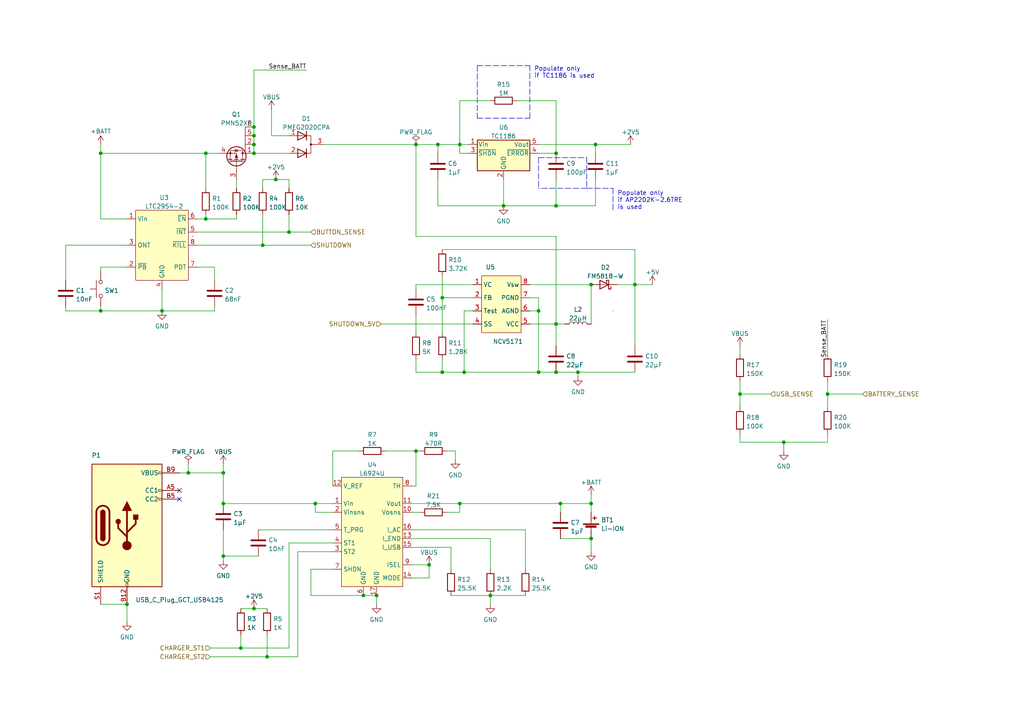
<source format=kicad_sch>
(kicad_sch (version 20211123) (generator eeschema)
  (paper "A4")
  (title_block (title "Power & Charge") (date "2022-06-08") (rev "1.1") (company "INSA - GEI"))
  (lib_symbols
    (symbol "Device:Battery_Cell" (pin_numbers hide) (pin_names (offset 0) hide)
      (property "Reference" "BT" (at 2.54 2.54 0))
      (property "Value" "Battery_Cell" (at 2.54 0 0))
      (symbol "Battery_Cell_0_1"
        (rectangle (start -2.286 1.778) (end 2.286 1.524) (fill (type outline)))
        (rectangle (start -1.5748 1.1938) (end 1.4732 0.6858) (fill (type outline)))
        (polyline (pts (xy 0 0.762) (xy 0 0)))
        (polyline (pts (xy 0 1.778) (xy 0 2.54)))
        (polyline (pts (xy 0.508 3.429) (xy 1.524 3.429)) (stroke (width 0.254)))
        (polyline (pts (xy 1.016 3.937) (xy 1.016 2.921)) (stroke (width 0.254)))
      )
      (symbol "Battery_Cell_1_1"
        (pin passive line (at 0 5.08 270) (length 2.54) (name "+") (number "1"))
        (pin passive line (at 0 -2.54 90) (length 2.54) (name "-") (number "2"))
      )
    )
    (symbol "Device:C" (pin_numbers hide) (pin_names (offset 0.254))
      (property "Reference" "C" (at 0.635 2.54 0))
      (property "Value" "C" (at 0.635 -2.54 0))
      (symbol "C_0_1"
        (polyline (pts (xy -2.032 -0.762) (xy 2.032 -0.762)) (stroke (width 0.508)))
        (polyline (pts (xy -2.032 0.762) (xy 2.032 0.762)) (stroke (width 0.508)))
      )
      (symbol "C_1_1"
        (pin passive line (at 0 3.81 270) (length 2.794) (name "~") (number "1"))
        (pin passive line (at 0 -3.81 90) (length 2.794) (name "~") (number "2"))
      )
    )
    (symbol "Device:D_Dual_CommonCathode_AAK_Parallel" (pin_names (offset 0.762) hide)
      (property "Reference" "D" (at 0 5.08 0))
      (property "Value" "D_Dual_CommonCathode_AAK_Parallel" (at 0 -5.08 0))
      (symbol "D_Dual_CommonCathode_AAK_Parallel_0_0"
        (polyline (pts (xy 0 -1.27) (xy 0 -3.81)) (stroke (width 0.254)))
        (polyline (pts (xy 0 1.27) (xy 0 3.81)) (stroke (width 0.254)))
      )
      (symbol "D_Dual_CommonCathode_AAK_Parallel_0_1"
        (polyline (pts (xy 1.27 0) (xy 2.54 0)))
        (polyline (pts (xy -2.54 -2.54) (xy 1.27 -2.54) (xy 1.27 2.54) (xy -2.54 2.54)))
        (polyline (pts (xy -2.54 -1.27) (xy 0 -2.54) (xy -2.54 -3.81) (xy -2.54 -1.27) (xy -2.54 -1.27) (xy -2.54 -1.27)) (stroke (width 0.254)))
        (polyline (pts (xy -2.54 3.81) (xy 0 2.54) (xy -2.54 1.27) (xy -2.54 3.81) (xy -2.54 3.81) (xy -2.54 3.81)) (stroke (width 0.254)))
        (circle (center 1.27 0) (radius 0.254) (fill (type outline)))
        (pin passive line (at -5.08 2.54 0) (length 2.54) (name "K") (number "1"))
        (pin passive line (at -5.08 -2.54 0) (length 2.54) (name "K") (number "2"))
        (pin passive line (at 5.08 0 180) (length 2.54) (name "A") (number "3"))
      )
    )
    (symbol "Device:D_Schottky" (pin_numbers hide) (pin_names (offset 1.016) hide)
      (property "Reference" "D" (at 0 2.54 0))
      (property "Value" "D_Schottky" (at 0 -2.54 0))
      (symbol "D_Schottky_0_1"
        (polyline (pts (xy 1.27 0) (xy -1.27 0)))
        (polyline (pts (xy 1.27 1.27) (xy 1.27 -1.27) (xy -1.27 0) (xy 1.27 1.27)) (stroke (width 0.254)))
        (polyline (pts (xy -1.905 0.635) (xy -1.905 1.27) (xy -1.27 1.27) (xy -1.27 -1.27) (xy -0.635 -1.27) (xy -0.635 -0.635)) (stroke (width 0.254)))
      )
      (symbol "D_Schottky_1_1"
        (pin passive line (at -3.81 0 0) (length 2.54) (name "K") (number "1"))
        (pin passive line (at 3.81 0 180) (length 2.54) (name "A") (number "2"))
      )
    )
    (symbol "Device:L" (pin_numbers hide) (pin_names (offset 1.016) hide)
      (property "Reference" "L" (at -1.27 0 90))
      (property "Value" "L" (at 1.905 0 90))
      (symbol "L_0_1"
        (arc (start 0 -2.54) (mid 0.635 -1.905) (end 0 -1.27))
        (arc (start 0 -1.27) (mid 0.635 -0.635) (end 0 0))
        (arc (start 0 0) (mid 0.635 0.635) (end 0 1.27))
        (arc (start 0 1.27) (mid 0.635 1.905) (end 0 2.54))
      )
      (symbol "L_1_1"
        (pin passive line (at 0 3.81 270) (length 1.27) (name "1") (number "1"))
        (pin passive line (at 0 -3.81 90) (length 1.27) (name "2") (number "2"))
      )
    )
    (symbol "Device:R" (pin_numbers hide) (pin_names (offset 0))
      (property "Reference" "R" (at 2.032 0 90))
      (property "Value" "R" (at 0 0 90))
      (symbol "R_0_1"
        (rectangle (start -1.016 -2.54) (end 1.016 2.54) (stroke (width 0.254)))
      )
      (symbol "R_1_1"
        (pin passive line (at 0 3.81 270) (length 1.27) (name "~") (number "1"))
        (pin passive line (at 0 -3.81 90) (length 1.27) (name "~") (number "2"))
      )
    )
    (symbol "Insa:L6924U"
      (property "Reference" "U" (at 0 34.29 0))
      (property "Value" "L6924U" (at 7.62 -2.54 0))
      (symbol "L6924U_0_1"
        (rectangle (start -8.89 31.75) (end 8.89 0) (stroke (width 0.1524)) (fill (type background)))
      )
      (symbol "L6924U_1_1"
        (pin power_in line (at -11.43 24.13 0) (length 2.54) (name "Vin") (number "1"))
        (pin input line (at 11.43 21.59 180) (length 2.54) (name "Vosns") (number "10"))
        (pin power_out line (at 11.43 24.13 180) (length 2.54) (name "Vout") (number "11"))
        (pin output line (at -11.43 29.21 0) (length 2.54) (name "V_REF") (number "12"))
        (pin bidirectional line (at 11.43 13.97 180) (length 2.54) (name "I_END") (number "13"))
        (pin input line (at 11.43 2.54 180) (length 2.54) (name "MODE") (number "14"))
        (pin input line (at 11.43 11.43 180) (length 2.54) (name "I_USB") (number "15"))
        (pin input line (at 11.43 16.51 180) (length 2.54) (name "I_AC") (number "16"))
        (pin power_in line (at 1.27 -2.54 90) (length 2.54) (name "GND") (number "17"))
        (pin power_in line (at -11.43 21.59 0) (length 2.54) (name "Vinsns") (number "2"))
        (pin open_collector line (at -11.43 10.16 0) (length 2.54) (name "ST2") (number "3"))
        (pin open_collector line (at -11.43 12.7 0) (length 2.54) (name "ST1") (number "4"))
        (pin passive line (at -11.43 16.51 0) (length 2.54) (name "T_PRG") (number "5"))
        (pin power_in line (at -2.54 -2.54 90) (length 2.54) (name "GND") (number "6"))
        (pin input line (at -11.43 5.08 0) (length 2.54) (name "SHDN") (number "7"))
        (pin input line (at 11.43 29.21 180) (length 2.54) (name "TH") (number "8"))
        (pin input line (at 11.43 6.35 180) (length 2.54) (name "ISEL") (number "9"))
      )
    )
    (symbol "Insa:LTC2954"
      (property "Reference" "U" (at -6.35 25.4 0))
      (property "Value" "LTC2954" (at 5.08 1.27 0))
      (symbol "LTC2954_0_1"
        (rectangle (start -8.89 24.13) (end 6.35 3.81) (stroke (width 0.1524)) (fill (type background)))
        (rectangle (start 7.62 16.51) (end 7.62 16.51) (stroke (width 0.1524)))
        (rectangle (start 7.62 16.51) (end 7.62 16.51) (stroke (width 0.1524)))
        (rectangle (start 7.62 16.51) (end 7.62 16.51) (stroke (width 0.1524)))
        (rectangle (start 7.62 16.51) (end 7.62 16.51) (stroke (width 0.1524)))
        (rectangle (start 7.62 16.51) (end 7.62 16.51) (stroke (width 0.1524)))
        (rectangle (start 7.62 16.51) (end 7.62 16.51) (stroke (width 0.1524)))
      )
      (symbol "LTC2954_1_1"
        (pin power_in line (at -11.43 21.59 0) (length 2.54) (name "Vin") (number "1"))
        (pin input line (at -11.43 7.62 0) (length 2.54) (name "~{PB}") (number "2"))
        (pin bidirectional line (at -11.43 13.97 0) (length 2.54) (name "ONT") (number "3"))
        (pin power_in line (at -1.27 1.27 90) (length 2.54) (name "GND") (number "4"))
        (pin output line (at 8.89 17.78 180) (length 2.54) (name "~{INT}") (number "5"))
        (pin input line (at 8.89 21.59 180) (length 2.54) (name "~{EN}") (number "6"))
        (pin bidirectional line (at 8.89 7.62 180) (length 2.54) (name "PDT") (number "7"))
        (pin input line (at 8.89 13.97 180) (length 2.54) (name "~{KILL}") (number "8"))
      )
    )
    (symbol "Insa:NCV5171"
      (property "Reference" "U" (at 0 17.78 0))
      (property "Value" "NCV5171" (at 1.27 -1.27 0))
      (symbol "NCV5171_0_1"
        (rectangle (start -5.08 16.51) (end 6.35 0) (stroke (width 0.1524)) (fill (type background)))
        (rectangle (start 33.02 6.35) (end 33.02 6.35) (stroke (width 0.1524)))
        (rectangle (start 33.02 6.35) (end 33.02 6.35) (stroke (width 0.1524)))
      )
      (symbol "NCV5171_1_1"
        (pin input line (at -7.62 13.97 0) (length 2.54) (name "VC") (number "1"))
        (pin input line (at -7.62 10.16 0) (length 2.54) (name "FB") (number "2"))
        (pin input line (at -7.62 6.35 0) (length 2.54) (name "Test") (number "3"))
        (pin input line (at -7.62 2.54 0) (length 2.54) (name "SS") (number "4"))
        (pin power_in line (at 8.89 2.54 180) (length 2.54) (name "VCC") (number "5"))
        (pin power_in line (at 8.89 6.35 180) (length 2.54) (name "AGND") (number "6"))
        (pin power_in line (at 8.89 10.16 180) (length 2.54) (name "PGND") (number "7"))
        (pin power_out line (at 8.89 13.97 180) (length 2.54) (name "Vsw") (number "8"))
      )
    )
    (symbol "Insa:PMN52XP" (pin_names (offset 0) hide)
      (property "Reference" "Q" (at 5.08 1.27 0))
      (property "Value" "PMN52XP" (at 5.08 -1.27 0))
      (symbol "PMN52XP_0_1"
        (polyline (pts (xy 0.254 0) (xy -2.54 0)))
        (polyline (pts (xy 0.254 1.905) (xy 0.254 -1.905)) (stroke (width 0.254)))
        (polyline (pts (xy 0.762 -1.27) (xy 0.762 -2.286)) (stroke (width 0.254)))
        (polyline (pts (xy 0.762 0.508) (xy 0.762 -0.508)) (stroke (width 0.254)))
        (polyline (pts (xy 0.762 2.286) (xy 0.762 1.27)) (stroke (width 0.254)))
        (polyline (pts (xy 10.16 2.54) (xy 5.08 2.54)) (stroke (width 0.1524)))
        (polyline (pts (xy 2.54 -2.54) (xy 2.54 0) (xy 0.762 0)))
        (polyline (pts (xy 5.08 2.54) (xy 2.54 2.54) (xy 2.54 1.778)))
        (polyline (pts (xy 0.762 1.778) (xy 3.302 1.778) (xy 3.302 -1.778) (xy 0.762 -1.778)))
        (polyline (pts (xy 2.286 0) (xy 1.27 0.381) (xy 1.27 -0.381) (xy 2.286 0)) (fill (type outline)))
        (polyline (pts (xy 2.794 -0.508) (xy 2.921 -0.381) (xy 3.683 -0.381) (xy 3.81 -0.254)))
        (polyline (pts (xy 3.302 -0.381) (xy 2.921 0.254) (xy 3.683 0.254) (xy 3.302 -0.381)))
        (circle (center 1.651 0) (radius 2.794) (stroke (width 0.254)))
        (circle (center 2.54 -1.778) (radius 0.254) (fill (type outline)))
        (circle (center 2.54 1.778) (radius 0.254) (fill (type outline)))
      )
      (symbol "PMN52XP_1_1"
        (pin passive line (at 2.54 5.08 270) (length 2.54) (name "D") (number "1"))
        (pin passive line (at 5.08 5.08 270) (length 2.54) (name "D") (number "2"))
        (pin input line (at -5.08 0 0) (length 2.54) (name "G") (number "3"))
        (pin passive line (at 2.54 -5.08 90) (length 2.54) (name "S") (number "4"))
        (pin passive line (at 7.62 5.08 270) (length 2.54) (name "D") (number "5"))
        (pin passive line (at 10.16 5.08 270) (length 2.54) (name "D") (number "6"))
      )
    )
    (symbol "Insa:USB_C_Plug_GCT_USB4125" (pin_names (offset 1.016))
      (property "Reference" "P" (at -10.16 19.05 0))
      (property "Value" "USB_C_Plug_GCT_USB4125" (at 26.67 -20.32 0))
      (symbol "USB_C_Plug_GCT_USB4125_0_0"
        (rectangle (start -0.254 -17.78) (end 0.254 -16.764))
        (rectangle (start 10.16 7.874) (end 9.144 7.366))
        (rectangle (start 10.16 10.414) (end 9.144 9.906))
        (rectangle (start 10.16 15.494) (end 9.144 14.986))
      )
      (symbol "USB_C_Plug_GCT_USB4125_0_1"
        (rectangle (start -10.16 17.78) (end 10.16 -17.78) (stroke (width 0.254)) (fill (type background)))
        (arc (start -8.89 -3.81) (mid -6.985 -5.715) (end -5.08 -3.81) (stroke (width 0.508)))
        (arc (start -7.62 -3.81) (mid -6.985 -4.445) (end -6.35 -3.81) (stroke (width 0.254)))
        (arc (start -7.62 -3.81) (mid -6.985 -4.445) (end -6.35 -3.81) (stroke (width 0.254)) (fill (type outline)))
        (rectangle (start -7.62 -3.81) (end -6.35 3.81) (stroke (width 0.254)) (fill (type outline)))
        (arc (start -6.35 3.81) (mid -6.985 4.445) (end -7.62 3.81) (stroke (width 0.254)))
        (arc (start -6.35 3.81) (mid -6.985 4.445) (end -7.62 3.81) (stroke (width 0.254)) (fill (type outline)))
        (arc (start -5.08 3.81) (mid -6.985 5.715) (end -8.89 3.81) (stroke (width 0.508)))
        (circle (center -2.54 1.143) (radius 0.635) (stroke (width 0.254)) (fill (type outline)))
        (circle (center 0 -5.842) (radius 1.27) (fill (type outline)))
        (polyline (pts (xy -8.89 -3.81) (xy -8.89 3.81)) (stroke (width 0.508)))
        (polyline (pts (xy -5.08 3.81) (xy -5.08 -3.81)) (stroke (width 0.508)))
        (polyline (pts (xy 0 -5.842) (xy 0 4.318)) (stroke (width 0.508)))
        (polyline (pts (xy 0 -3.302) (xy -2.54 -0.762) (xy -2.54 0.508)) (stroke (width 0.508)))
        (polyline (pts (xy 0 -2.032) (xy 2.54 0.508) (xy 2.54 1.778)) (stroke (width 0.508)))
        (polyline (pts (xy -1.27 4.318) (xy 0 6.858) (xy 1.27 4.318) (xy -1.27 4.318)) (stroke (width 0.254)) (fill (type outline)))
        (rectangle (start 1.905 1.778) (end 3.175 3.048) (stroke (width 0.254)) (fill (type outline)))
      )
      (symbol "USB_C_Plug_GCT_USB4125_1_1"
        (pin passive line (at 0 -22.86 90) (length 5.08) hide (name "GND") (number "A12"))
        (pin bidirectional line (at 15.24 10.16 180) (length 5.08) (name "CC1") (number "A5"))
        (pin passive line (at 15.24 15.24 180) (length 5.08) hide (name "VBUS") (number "A9"))
        (pin passive line (at 0 -22.86 90) (length 5.08) (name "GND") (number "B12"))
        (pin bidirectional line (at 15.24 7.62 180) (length 5.08) (name "CC2") (number "B5"))
        (pin passive line (at 15.24 15.24 180) (length 5.08) (name "VBUS") (number "B9"))
        (pin passive line (at -7.62 -22.86 90) (length 5.08) (name "SHIELD") (number "S1"))
      )
    )
    (symbol "Regulator_Linear:TC1186" (pin_names (offset 0.254))
      (property "Reference" "U" (at -7.62 5.08 0))
      (property "Value" "TC1186" (at 7.62 5.08 0))
      (symbol "TC1186_0_1"
        (rectangle (start -7.62 3.81) (end 7.62 -5.08) (stroke (width 0.254)) (fill (type background)))
      )
      (symbol "TC1186_1_1"
        (pin power_in line (at -10.16 2.54 0) (length 2.54) (name "Vin") (number "1"))
        (pin power_in line (at 0 -7.62 90) (length 2.54) (name "GND") (number "2"))
        (pin input line (at -10.16 0 0) (length 2.54) (name "~{SHDN}") (number "3"))
        (pin open_collector line (at 10.16 0 180) (length 2.54) (name "~{ERROR}") (number "4"))
        (pin power_out line (at 10.16 2.54 180) (length 2.54) (name "Vout") (number "5"))
      )
    )
    (symbol "Switch:SW_Push" (pin_numbers hide) (pin_names (offset 1.016) hide)
      (property "Reference" "SW" (at 1.27 2.54 0))
      (property "Value" "SW_Push" (at 0 -1.524 0))
      (symbol "SW_Push_0_1"
        (circle (center -2.032 0) (radius 0.508))
        (polyline (pts (xy 0 1.27) (xy 0 3.048)))
        (polyline (pts (xy 2.54 1.27) (xy -2.54 1.27)))
        (circle (center 2.032 0) (radius 0.508))
        (pin passive line (at -5.08 0 0) (length 2.54) (name "1") (number "1"))
        (pin passive line (at 5.08 0 180) (length 2.54) (name "2") (number "2"))
      )
    )
    (symbol "power:+2V5" (power) (pin_names (offset 0))
      (property "Value" "+2V5" (at 0 3.556 0))
      (symbol "+2V5_0_1"
        (polyline (pts (xy -0.762 1.27) (xy 0 2.54)))
        (polyline (pts (xy 0 0) (xy 0 2.54)))
        (polyline (pts (xy 0 2.54) (xy 0.762 1.27)))
      )
      (symbol "+2V5_1_1"
        (pin power_in line (at 0 0 90) (length 0) hide (name "+2V5") (number "1"))
      )
    )
    (symbol "power:+5V" (power) (pin_names (offset 0))
      (property "Value" "+5V" (at 0 3.556 0))
      (symbol "+5V_0_1"
        (polyline (pts (xy -0.762 1.27) (xy 0 2.54)))
        (polyline (pts (xy 0 0) (xy 0 2.54)))
        (polyline (pts (xy 0 2.54) (xy 0.762 1.27)))
      )
      (symbol "+5V_1_1"
        (pin power_in line (at 0 0 90) (length 0) hide (name "+5V") (number "1"))
      )
    )
    (symbol "power:+BATT" (power) (pin_names (offset 0))
      (property "Value" "+BATT" (at 0 3.556 0))
      (symbol "+BATT_0_1"
        (polyline (pts (xy -0.762 1.27) (xy 0 2.54)))
        (polyline (pts (xy 0 0) (xy 0 2.54)))
        (polyline (pts (xy 0 2.54) (xy 0.762 1.27)))
      )
      (symbol "+BATT_1_1"
        (pin power_in line (at 0 0 90) (length 0) hide (name "+BATT") (number "1"))
      )
    )
    (symbol "power:GND" (power) (pin_names (offset 0))
      (property "Value" "GND" (at 0 -3.81 0))
      (symbol "GND_0_1"
        (polyline (pts (xy 0 0) (xy 0 -1.27) (xy 1.27 -1.27) (xy 0 -2.54) (xy -1.27 -1.27) (xy 0 -1.27)))
      )
      (symbol "GND_1_1"
        (pin power_in line (at 0 0 270) (length 0) hide (name "GND") (number "1"))
      )
    )
    (symbol "power:PWR_FLAG" (power) (pin_numbers hide) (pin_names (offset 0) hide)
      (property "Value" "PWR_FLAG" (at 0 3.81 0))
      (symbol "PWR_FLAG_0_0"
        (pin power_out line (at 0 0 90) (length 0) (name "pwr") (number "1"))
      )
      (symbol "PWR_FLAG_0_1"
        (polyline (pts (xy 0 0) (xy 0 1.27) (xy -1.016 1.905) (xy 0 2.54) (xy 1.016 1.905) (xy 0 1.27)))
      )
    )
    (symbol "power:VBUS" (power) (pin_names (offset 0))
      (property "Value" "VBUS" (at 0 3.81 0))
      (symbol "VBUS_0_1"
        (polyline (pts (xy -0.762 1.27) (xy 0 2.54)))
        (polyline (pts (xy 0 0) (xy 0 2.54)))
        (polyline (pts (xy 0 2.54) (xy 0.762 1.27)))
      )
      (symbol "VBUS_1_1"
        (pin power_in line (at 0 0 90) (length 0) hide (name "VBUS") (number "1"))
      )
    )
  )
  (junction (at 59.69 44.45))
  (junction (at 214.63 114.3))
  (junction (at 128.27 86.36))
  (junction (at 127 41.91))
  (junction (at 64.77 146.05))
  (junction (at 91.44 146.05))
  (junction (at 73.66 39.37))
  (junction (at 240.03 114.3))
  (junction (at 109.22 172.72))
  (junction (at 73.66 176.53))
  (junction (at 171.45 82.55))
  (junction (at 184.15 82.55))
  (junction (at 146.05 59.69))
  (junction (at 120.65 41.91))
  (junction (at 156.21 107.95))
  (junction (at 172.72 41.91))
  (junction (at 128.27 107.95))
  (junction (at 64.77 137.16))
  (junction (at 36.83 175.26))
  (junction (at 167.64 107.95))
  (junction (at 161.29 93.98))
  (junction (at 171.45 146.05))
  (junction (at 161.29 59.69))
  (junction (at 69.85 187.96))
  (junction (at 162.56 146.05))
  (junction (at 73.66 44.45))
  (junction (at 76.2 71.12))
  (junction (at 59.69 63.5))
  (junction (at 161.29 44.45))
  (junction (at 171.45 156.21))
  (junction (at 134.62 107.95))
  (junction (at 73.66 41.91))
  (junction (at 227.33 128.27))
  (junction (at 54.61 137.16))
  (junction (at 133.35 146.05))
  (junction (at 161.29 107.95))
  (junction (at 142.24 172.72))
  (junction (at 124.46 163.83))
  (junction (at 80.01 52.07))
  (junction (at 83.82 67.31))
  (junction (at 29.21 90.17))
  (junction (at 120.65 130.81))
  (junction (at 73.66 36.83))
  (junction (at 29.21 44.45))
  (junction (at 105.41 172.72))
  (junction (at 77.47 190.5))
  (junction (at 156.21 90.17))
  (junction (at 133.35 41.91))
  (junction (at 46.99 90.17))
  (junction (at 64.77 161.29))
  (no_connect (at 52.07 144.78))
  (no_connect (at 52.07 142.24))
  (wire (pts (xy 172.72 41.91) (xy 172.72 44.45)))
  (wire (pts (xy 59.69 44.45) (xy 59.69 54.61)))
  (wire (pts (xy 69.85 176.53) (xy 73.66 176.53)))
  (wire (pts (xy 119.38 140.97) (xy 120.65 140.97)))
  (wire (pts (xy 161.29 59.69) (xy 172.72 59.69)))
  (wire (pts (xy 214.63 114.3) (xy 223.52 114.3)))
  (wire (pts (xy 153.67 90.17) (xy 156.21 90.17)))
  (polyline (pts (xy 153.67 34.29) (xy 153.67 19.05)))
  (wire (pts (xy 29.21 175.26) (xy 36.83 175.26)))
  (wire (pts (xy 240.03 92.71) (xy 240.03 102.87)))
  (wire (pts (xy 156.21 41.91) (xy 172.72 41.91)))
  (wire (pts (xy 240.03 114.3) (xy 240.03 118.11)))
  (wire (pts (xy 73.66 39.37) (xy 73.66 41.91)))
  (wire (pts (xy 128.27 86.36) (xy 137.16 86.36)))
  (wire (pts (xy 46.99 90.17) (xy 46.99 83.82)))
  (wire (pts (xy 36.83 63.5) (xy 29.21 63.5)))
  (wire (pts (xy 93.98 41.91) (xy 120.65 41.91)))
  (wire (pts (xy 153.67 86.36) (xy 156.21 86.36)))
  (wire (pts (xy 86.36 160.02) (xy 86.36 190.5)))
  (wire (pts (xy 29.21 63.5) (xy 29.21 44.45)))
  (wire (pts (xy 59.69 62.23) (xy 59.69 63.5)))
  (wire (pts (xy 129.54 130.81) (xy 132.08 130.81)))
  (wire (pts (xy 69.85 187.96) (xy 83.82 187.96)))
  (wire (pts (xy 59.69 44.45) (xy 63.5 44.45)))
  (wire (pts (xy 120.65 41.91) (xy 127 41.91)))
  (wire (pts (xy 128.27 86.36) (xy 128.27 96.52)))
  (wire (pts (xy 77.47 190.5) (xy 86.36 190.5)))
  (wire (pts (xy 64.77 161.29) (xy 64.77 162.56)))
  (wire (pts (xy 29.21 90.17) (xy 29.21 88.9)))
  (wire (pts (xy 96.52 130.81) (xy 104.14 130.81)))
  (wire (pts (xy 52.07 137.16) (xy 54.61 137.16)))
  (wire (pts (xy 96.52 157.48) (xy 83.82 157.48)))
  (wire (pts (xy 161.29 107.95) (xy 167.64 107.95)))
  (wire (pts (xy 156.21 90.17) (xy 156.21 107.95)))
  (wire (pts (xy 161.29 93.98) (xy 161.29 68.58)))
  (wire (pts (xy 73.66 36.83) (xy 73.66 39.37)))
  (wire (pts (xy 74.93 153.67) (xy 96.52 153.67)))
  (wire (pts (xy 90.17 165.1) (xy 90.17 172.72)))
  (wire (pts (xy 124.46 167.64) (xy 124.46 163.83)))
  (wire (pts (xy 133.35 41.91) (xy 133.35 29.21)))
  (wire (pts (xy 161.29 93.98) (xy 163.83 93.98)))
  (wire (pts (xy 146.05 59.69) (xy 161.29 59.69)))
  (wire (pts (xy 240.03 114.3) (xy 250.19 114.3)))
  (wire (pts (xy 130.81 172.72) (xy 142.24 172.72)))
  (polyline (pts (xy 138.43 19.05) (xy 153.67 19.05)))
  (wire (pts (xy 184.15 82.55) (xy 189.23 82.55)))
  (wire (pts (xy 161.29 93.98) (xy 161.29 100.33)))
  (polyline (pts (xy 177.8 54.61) (xy 177.8 60.96)))
  (wire (pts (xy 76.2 71.12) (xy 90.17 71.12)))
  (wire (pts (xy 156.21 86.36) (xy 156.21 90.17)))
  (wire (pts (xy 96.52 140.97) (xy 96.52 130.81)))
  (wire (pts (xy 109.22 172.72) (xy 109.22 175.26)))
  (wire (pts (xy 133.35 148.59) (xy 133.35 146.05)))
  (wire (pts (xy 120.65 140.97) (xy 120.65 130.81)))
  (wire (pts (xy 60.96 187.96) (xy 69.85 187.96)))
  (wire (pts (xy 184.15 82.55) (xy 184.15 100.33)))
  (wire (pts (xy 73.66 20.32) (xy 88.9 20.32)))
  (wire (pts (xy 64.77 146.05) (xy 91.44 146.05)))
  (wire (pts (xy 29.21 90.17) (xy 46.99 90.17)))
  (wire (pts (xy 120.65 130.81) (xy 121.92 130.81)))
  (wire (pts (xy 119.38 153.67) (xy 152.4 153.67)))
  (wire (pts (xy 161.29 29.21) (xy 161.29 44.45)))
  (wire (pts (xy 29.21 44.45) (xy 29.21 41.91)))
  (wire (pts (xy 120.65 82.55) (xy 120.65 83.82)))
  (wire (pts (xy 73.66 36.83) (xy 73.66 20.32)))
  (wire (pts (xy 120.65 68.58) (xy 120.65 41.91)))
  (wire (pts (xy 133.35 44.45) (xy 133.35 41.91)))
  (wire (pts (xy 167.64 107.95) (xy 167.64 109.22)))
  (wire (pts (xy 80.01 52.07) (xy 76.2 52.07)))
  (wire (pts (xy 46.99 90.17) (xy 62.23 90.17)))
  (wire (pts (xy 76.2 62.23) (xy 76.2 71.12)))
  (wire (pts (xy 29.21 90.17) (xy 19.05 90.17)))
  (wire (pts (xy 36.83 175.26) (xy 36.83 180.34)))
  (wire (pts (xy 120.65 91.44) (xy 120.65 96.52)))
  (wire (pts (xy 129.54 148.59) (xy 133.35 148.59)))
  (wire (pts (xy 73.66 44.45) (xy 83.82 44.45)))
  (wire (pts (xy 167.64 107.95) (xy 184.15 107.95)))
  (polyline (pts (xy 170.18 45.72) (xy 170.18 54.61)))
  (polyline (pts (xy 170.18 54.61) (xy 156.21 54.61)))
  (wire (pts (xy 19.05 71.12) (xy 36.83 71.12)))
  (wire (pts (xy 83.82 157.48) (xy 83.82 187.96)))
  (wire (pts (xy 172.72 41.91) (xy 182.88 41.91)))
  (wire (pts (xy 60.96 190.5) (xy 77.47 190.5)))
  (wire (pts (xy 76.2 52.07) (xy 76.2 54.61)))
  (wire (pts (xy 119.38 146.05) (xy 133.35 146.05)))
  (wire (pts (xy 77.47 184.15) (xy 77.47 190.5)))
  (wire (pts (xy 227.33 128.27) (xy 240.03 128.27)))
  (polyline (pts (xy 170.18 54.61) (xy 177.8 54.61)))
  (wire (pts (xy 119.38 156.21) (xy 142.24 156.21)))
  (wire (pts (xy 64.77 137.16) (xy 64.77 146.05)))
  (wire (pts (xy 214.63 114.3) (xy 214.63 118.11)))
  (wire (pts (xy 64.77 161.29) (xy 74.93 161.29)))
  (wire (pts (xy 240.03 128.27) (xy 240.03 125.73)))
  (wire (pts (xy 96.52 160.02) (xy 86.36 160.02)))
  (wire (pts (xy 69.85 184.15) (xy 69.85 187.96)))
  (wire (pts (xy 119.38 148.59) (xy 121.92 148.59)))
  (polyline (pts (xy 138.43 34.29) (xy 153.67 34.29)))
  (wire (pts (xy 134.62 107.95) (xy 128.27 107.95)))
  (wire (pts (xy 19.05 90.17) (xy 19.05 88.9)))
  (wire (pts (xy 142.24 172.72) (xy 142.24 175.26)))
  (polyline (pts (xy 156.21 45.72) (xy 170.18 45.72)))
  (wire (pts (xy 127 41.91) (xy 133.35 41.91)))
  (wire (pts (xy 68.58 63.5) (xy 68.58 62.23)))
  (wire (pts (xy 134.62 90.17) (xy 134.62 107.95)))
  (wire (pts (xy 83.82 52.07) (xy 80.01 52.07)))
  (wire (pts (xy 127 52.07) (xy 127 59.69)))
  (wire (pts (xy 57.15 63.5) (xy 59.69 63.5)))
  (wire (pts (xy 146.05 52.07) (xy 146.05 59.69)))
  (polyline (pts (xy 138.43 19.05) (xy 138.43 34.29)))
  (wire (pts (xy 96.52 165.1) (xy 90.17 165.1)))
  (wire (pts (xy 162.56 146.05) (xy 162.56 148.59)))
  (wire (pts (xy 91.44 148.59) (xy 91.44 146.05)))
  (wire (pts (xy 64.77 134.62) (xy 64.77 137.16)))
  (wire (pts (xy 36.83 77.47) (xy 29.21 77.47)))
  (wire (pts (xy 142.24 172.72) (xy 152.4 172.72)))
  (wire (pts (xy 184.15 72.39) (xy 184.15 82.55)))
  (wire (pts (xy 96.52 148.59) (xy 91.44 148.59)))
  (wire (pts (xy 128.27 80.01) (xy 128.27 86.36)))
  (wire (pts (xy 214.63 110.49) (xy 214.63 114.3)))
  (wire (pts (xy 137.16 82.55) (xy 120.65 82.55)))
  (wire (pts (xy 57.15 77.47) (xy 62.23 77.47)))
  (wire (pts (xy 111.76 130.81) (xy 120.65 130.81)))
  (wire (pts (xy 29.21 44.45) (xy 59.69 44.45)))
  (wire (pts (xy 83.82 39.37) (xy 78.74 39.37)))
  (wire (pts (xy 128.27 107.95) (xy 120.65 107.95)))
  (wire (pts (xy 90.17 172.72) (xy 105.41 172.72)))
  (wire (pts (xy 57.15 67.31) (xy 83.82 67.31)))
  (wire (pts (xy 156.21 107.95) (xy 134.62 107.95)))
  (wire (pts (xy 130.81 165.1) (xy 130.81 158.75)))
  (wire (pts (xy 137.16 90.17) (xy 134.62 90.17)))
  (wire (pts (xy 128.27 104.14) (xy 128.27 107.95)))
  (wire (pts (xy 132.08 130.81) (xy 132.08 133.35)))
  (wire (pts (xy 83.82 54.61) (xy 83.82 52.07)))
  (wire (pts (xy 171.45 146.05) (xy 171.45 148.59)))
  (wire (pts (xy 54.61 137.16) (xy 64.77 137.16)))
  (wire (pts (xy 171.45 160.02) (xy 171.45 156.21)))
  (wire (pts (xy 162.56 146.05) (xy 171.45 146.05)))
  (wire (pts (xy 119.38 167.64) (xy 124.46 167.64)))
  (wire (pts (xy 149.86 29.21) (xy 161.29 29.21)))
  (wire (pts (xy 62.23 77.47) (xy 62.23 81.28)))
  (wire (pts (xy 179.07 82.55) (xy 184.15 82.55)))
  (wire (pts (xy 153.67 93.98) (xy 161.29 93.98)))
  (wire (pts (xy 73.66 41.91) (xy 73.66 44.45)))
  (wire (pts (xy 78.74 31.75) (xy 78.74 39.37)))
  (wire (pts (xy 19.05 81.28) (xy 19.05 71.12)))
  (polyline (pts (xy 156.21 45.72) (xy 156.21 54.61)))
  (wire (pts (xy 128.27 72.39) (xy 184.15 72.39)))
  (wire (pts (xy 133.35 29.21) (xy 142.24 29.21)))
  (wire (pts (xy 240.03 110.49) (xy 240.03 114.3)))
  (wire (pts (xy 171.45 143.51) (xy 171.45 146.05)))
  (wire (pts (xy 227.33 128.27) (xy 227.33 130.81)))
  (wire (pts (xy 64.77 153.67) (xy 64.77 161.29)))
  (wire (pts (xy 59.69 63.5) (xy 68.58 63.5)))
  (wire (pts (xy 62.23 90.17) (xy 62.23 88.9)))
  (wire (pts (xy 105.41 172.72) (xy 109.22 172.72)))
  (wire (pts (xy 83.82 67.31) (xy 90.17 67.31)))
  (wire (pts (xy 214.63 128.27) (xy 227.33 128.27)))
  (wire (pts (xy 73.66 176.53) (xy 77.47 176.53)))
  (wire (pts (xy 110.49 93.98) (xy 137.16 93.98)))
  (wire (pts (xy 161.29 52.07) (xy 161.29 59.69)))
  (wire (pts (xy 156.21 107.95) (xy 161.29 107.95)))
  (wire (pts (xy 91.44 146.05) (xy 96.52 146.05)))
  (wire (pts (xy 214.63 100.33) (xy 214.63 102.87)))
  (wire (pts (xy 171.45 82.55) (xy 171.45 93.98)))
  (wire (pts (xy 162.56 156.21) (xy 171.45 156.21)))
  (wire (pts (xy 133.35 146.05) (xy 162.56 146.05)))
  (wire (pts (xy 127 59.69) (xy 146.05 59.69)))
  (wire (pts (xy 142.24 156.21) (xy 142.24 165.1)))
  (wire (pts (xy 214.63 125.73) (xy 214.63 128.27)))
  (wire (pts (xy 120.65 107.95) (xy 120.65 104.14)))
  (wire (pts (xy 127 41.91) (xy 127 44.45)))
  (wire (pts (xy 161.29 68.58) (xy 120.65 68.58)))
  (wire (pts (xy 119.38 158.75) (xy 130.81 158.75)))
  (wire (pts (xy 135.89 44.45) (xy 133.35 44.45)))
  (wire (pts (xy 119.38 163.83) (xy 124.46 163.83)))
  (wire (pts (xy 172.72 59.69) (xy 172.72 52.07)))
  (wire (pts (xy 156.21 44.45) (xy 161.29 44.45)))
  (wire (pts (xy 68.58 52.07) (xy 68.58 54.61)))
  (wire (pts (xy 83.82 62.23) (xy 83.82 67.31)))
  (wire (pts (xy 29.21 77.47) (xy 29.21 78.74)))
  (wire (pts (xy 54.61 134.62) (xy 54.61 137.16)))
  (wire (pts (xy 133.35 41.91) (xy 135.89 41.91)))
  (wire (pts (xy 57.15 71.12) (xy 76.2 71.12)))
  (wire (pts (xy 152.4 153.67) (xy 152.4 165.1)))
  (wire (pts (xy 153.67 82.55) (xy 171.45 82.55)))
  (text "Populate only \nif AP2202K-2.6TRE\nis used\n" (at 179.07 60.96 0) (effects (font (size 1.27 1.27)) (justify left bottom)))
  (text "Populate only \nif TC1186 is used" (at 154.94 22.86 0) (effects (font (size 1.27 1.27)) (justify left bottom)))
  (label "Sense_BATT" (at 88.9 20.32 180))
  (label "Sense_BATT" (at 240.03 92.71 270))
  (hierarchical_label "SHUTDOWN_5V" (shape input) (at 110.49 93.98 180))
  (hierarchical_label "USB_SENSE" (shape input) (at 223.52 114.3 0))
  (hierarchical_label "BATTERY_SENSE" (shape input) (at 250.19 114.3 0))
  (hierarchical_label "CHARGER_ST2" (shape input) (at 60.96 190.5 180))
  (hierarchical_label "CHARGER_ST1" (shape input) (at 60.96 187.96 180))
  (hierarchical_label "BUTTON_SENSE" (shape input) (at 90.17 67.31 0))
  (hierarchical_label "SHUTDOWN" (shape input) (at 90.17 71.12 0))
  (symbol (lib_id "Device:Battery_Cell") (at 171.45 153.67 0) (unit 1)
    (property "Reference" "BT1" (at 174.371 150.8033 0) (effects (justify left)))
    (property "Value" "Li-ION" (at 174.371 153.3402 0) (effects (justify left)))
    (property "Footprint" "INSA:Battery-14500" (effects hide))
  )
  (symbol (lib_id "Device:R") (at 125.73 148.59 90) (unit 1)
    (property "Reference" "R21" (at 125.73 143.8742 90))
    (property "Value" "7,5K" (at 125.73 146.4111 90))
    (property "Footprint" "Resistor_SMD:R_0805_2012Metric" (effects hide))
  )
  (symbol (lib_id "power:GND") (at 132.08 133.35 0) (unit 1)
    (property "Reference" "#PWR015" (effects hide))
    (property "Value" "GND" (at 132.08 137.7934 0))
  )
  (symbol (lib_id "Device:R") (at 125.73 130.81 90) (unit 1)
    (property "Reference" "R9" (at 125.73 126.0942 90))
    (property "Value" "470R" (at 125.73 128.6311 90))
    (property "Footprint" "Resistor_SMD:R_0805_2012Metric" (effects hide))
  )
  (symbol (lib_id "power:+BATT") (at 171.45 143.51 0) (unit 1)
    (property "Reference" "#PWR018" (effects hide))
    (property "Value" "+BATT" (at 171.45 139.9342 0))
  )
  (symbol (lib_id "Device:C") (at 64.77 149.86 0) (unit 1)
    (property "Reference" "C3" (at 67.691 149.0253 0) (effects (justify left)))
    (property "Value" "1µF" (at 67.691 151.5622 0) (effects (justify left)))
    (property "Footprint" "Capacitor_SMD:C_0805_2012Metric" (effects hide))
  )
  (symbol (lib_id "Device:C") (at 161.29 48.26 0) (unit 1)
    (property "Reference" "C9" (at 164.211 47.4253 0) (effects (justify left)))
    (property "Value" "100pF" (at 164.211 49.9622 0) (effects (justify left)))
    (property "Footprint" "Capacitor_SMD:C_0805_2012Metric" (effects hide))
  )
  (symbol (lib_id "Device:C") (at 120.65 87.63 0) (unit 1)
    (property "Reference" "C5" (at 123.571 86.7953 0) (effects (justify left)))
    (property "Value" "100nF" (at 123.571 89.3322 0) (effects (justify left)))
    (property "Footprint" "Capacitor_SMD:C_0805_2012Metric" (effects hide))
  )
  (symbol (lib_id "power:GND") (at 46.99 90.17 0) (unit 1)
    (property "Reference" "#PWR07" (effects hide))
    (property "Value" "GND" (at 46.99 94.6134 0))
  )
  (symbol (lib_id "power:GND") (at 109.22 175.26 0) (unit 1)
    (property "Reference" "#PWR013" (effects hide))
    (property "Value" "GND" (at 109.22 179.7034 0))
  )
  (symbol (lib_id "Device:R") (at 142.24 168.91 0) (unit 1)
    (property "Reference" "R13" (at 144.018 168.0753 0) (effects (justify left)))
    (property "Value" "2.2K" (at 144.018 170.6122 0) (effects (justify left)))
    (property "Footprint" "Resistor_SMD:R_0805_2012Metric" (effects hide))
  )
  (symbol (lib_id "power:VBUS") (at 214.63 100.33 0) (unit 1)
    (property "Reference" "#PWR025" (effects hide))
    (property "Value" "VBUS" (at 214.63 96.7542 0))
  )
  (symbol (lib_id "Device:R") (at 69.85 180.34 0) (unit 1)
    (property "Reference" "R3" (at 71.628 179.5053 0) (effects (justify left)))
    (property "Value" "1K" (at 71.628 182.0422 0) (effects (justify left)))
    (property "Footprint" "Resistor_SMD:R_0805_2012Metric" (effects hide))
  )
  (symbol (lib_id "Device:C") (at 162.56 152.4 0) (unit 1)
    (property "Reference" "C7" (at 165.481 151.5653 0) (effects (justify left)))
    (property "Value" "1µF" (at 165.481 154.1022 0) (effects (justify left)))
    (property "Footprint" "Capacitor_SMD:C_0805_2012Metric" (effects hide))
  )
  (symbol (lib_id "Insa:USB_C_Plug_GCT_USB4125") (at 36.83 152.4 0) (unit 1)
    (property "Reference" "P1" (at 27.94 132.08 0))
    (property "Value" "USB_C_Plug_GCT_USB4125" (at 52.07 173.99 0))
    (property "Footprint" "INSA:USB_C_Receptacle_GCT_USB4125" (effects hide))
    (property "Datasheet" "https://www.usb.org/sites/default/files/documents/usb_type-c.zip" (effects hide))
  )
  (symbol (lib_id "Device:R") (at 120.65 100.33 180) (unit 1)
    (property "Reference" "R8" (at 122.428 99.4953 0) (effects (justify right)))
    (property "Value" "5K" (at 122.428 102.0322 0) (effects (justify right)))
    (property "Footprint" "Resistor_SMD:R_0805_2012Metric" (effects hide))
  )
  (symbol (lib_id "power:GND") (at 167.64 109.22 0) (unit 1)
    (property "Reference" "#PWR020" (effects hide))
    (property "Value" "GND" (at 167.64 113.6634 0))
  )
  (symbol (lib_id "power:GND") (at 146.05 59.69 0) (unit 1)
    (property "Reference" "#PWR017" (effects hide))
    (property "Value" "GND" (at 146.05 64.1334 0))
  )
  (symbol (lib_id "Device:C") (at 74.93 157.48 0) (unit 1)
    (property "Reference" "C4" (at 77.851 156.6453 0) (effects (justify left)))
    (property "Value" "10nF" (at 77.851 159.1822 0) (effects (justify left)))
    (property "Footprint" "Capacitor_SMD:C_0805_2012Metric" (effects hide))
  )
  (symbol (lib_id "Device:R") (at 214.63 106.68 0) (unit 1)
    (property "Reference" "R17" (at 216.408 105.8453 0) (effects (justify left)))
    (property "Value" "150K" (at 216.408 108.3822 0) (effects (justify left)))
    (property "Footprint" "Resistor_SMD:R_0805_2012Metric" (effects hide))
  )
  (symbol (lib_id "Device:C") (at 172.72 48.26 0) (unit 1)
    (property "Reference" "C11" (at 175.641 47.4253 0) (effects (justify left)))
    (property "Value" "1µF" (at 175.641 49.9622 0) (effects (justify left)))
    (property "Footprint" "Capacitor_SMD:C_0805_2012Metric" (effects hide))
  )
  (symbol (lib_id "power:+BATT") (at 29.21 41.91 0) (unit 1)
    (property "Reference" "#PWR05" (effects hide))
    (property "Value" "+BATT" (at 29.21 38.1 0))
  )
  (symbol (lib_id "power:+2V5") (at 73.66 176.53 0) (unit 1)
    (property "Reference" "#PWR010" (effects hide))
    (property "Value" "+2V5" (at 73.66 172.9542 0))
  )
  (symbol (lib_id "power:+5V") (at 189.23 82.55 0) (unit 1)
    (property "Reference" "#PWR022" (effects hide))
    (property "Value" "+5V" (at 189.23 78.9742 0))
  )
  (symbol (lib_id "power:GND") (at 36.83 180.34 0) (unit 1)
    (property "Reference" "#PWR06" (effects hide))
    (property "Value" "GND" (at 36.83 184.7834 0))
  )
  (symbol (lib_id "power:VBUS") (at 124.46 163.83 0) (unit 1)
    (property "Reference" "#PWR014" (effects hide))
    (property "Value" "VBUS" (at 124.46 160.2542 0))
  )
  (symbol (lib_id "power:PWR_FLAG") (at 54.61 134.62 0) (unit 1)
    (property "Reference" "#FLG0101" (effects hide))
    (property "Value" "PWR_FLAG" (at 54.61 131.0442 0))
  )
  (symbol (lib_id "Device:R") (at 76.2 58.42 0) (unit 1)
    (property "Reference" "R4" (at 77.978 57.5853 0) (effects (justify left)))
    (property "Value" "100K" (at 77.978 60.1222 0) (effects (justify left)))
    (property "Footprint" "Resistor_SMD:R_0805_2012Metric" (effects hide))
  )
  (symbol (lib_id "Insa:PMN52XP") (at 68.58 46.99 270) (mirror x) (unit 1)
    (property "Reference" "Q1" (at 68.58 33.181 90))
    (property "Value" "PMN52XP" (at 68.58 35.7179 90))
    (property "Footprint" "Package_SO:TSOP-6_1.65x3.05mm_P0.95mm" (effects hide))
  )
  (symbol (lib_id "Switch:SW_Push") (at 29.21 83.82 90) (unit 1)
    (property "Reference" "SW1" (at 30.353 84.2553 90) (effects (justify right)))
    (property "Value" "SW_Push" (effects hide))
    (property "Footprint" "Button_Switch_SMD:Panasonic_EVQPUJ_EVQPUA" (effects hide))
  )
  (symbol (lib_id "Device:C") (at 184.15 104.14 0) (unit 1)
    (property "Reference" "C10" (at 187.071 103.3053 0) (effects (justify left)))
    (property "Value" "22µF" (at 187.071 105.8422 0) (effects (justify left)))
    (property "Footprint" "Capacitor_SMD:C_0805_2012Metric" (effects hide))
  )
  (symbol (lib_id "Device:L") (at 167.64 93.98 90) (unit 1)
    (property "Reference" "L2" (at 167.64 89.7722 90))
    (property "Value" "22µH" (at 167.64 92.3091 90))
    (property "Footprint" "Inductor_SMD:L_Taiyo-Yuden_MD-4040" (effects hide))
  )
  (symbol (lib_id "Device:R") (at 240.03 121.92 0) (unit 1)
    (property "Reference" "R20" (at 241.808 121.0853 0) (effects (justify left)))
    (property "Value" "100K" (at 241.808 123.6222 0) (effects (justify left)))
    (property "Footprint" "Resistor_SMD:R_0805_2012Metric" (effects hide))
  )
  (symbol (lib_id "Device:C") (at 127 48.26 0) (unit 1)
    (property "Reference" "C6" (at 129.921 47.4253 0) (effects (justify left)))
    (property "Value" "1µF" (at 129.921 49.9622 0) (effects (justify left)))
    (property "Footprint" "Capacitor_SMD:C_0805_2012Metric" (effects hide))
  )
  (symbol (lib_id "Insa:L6924U") (at 107.95 170.18 0) (unit 1)
    (property "Reference" "U4" (at 107.95 134.781 0))
    (property "Value" "L6924U" (at 107.95 137.3179 0))
    (property "Footprint" "INSA:L6924UTR" (effects hide))
  )
  (symbol (lib_id "power:GND") (at 227.33 130.81 0) (unit 1)
    (property "Reference" "#PWR026" (effects hide))
    (property "Value" "GND" (at 227.33 135.2534 0))
  )
  (symbol (lib_id "power:GND") (at 64.77 162.56 0) (unit 1)
    (property "Reference" "#PWR09" (effects hide))
    (property "Value" "GND" (at 64.77 167.0034 0))
  )
  (symbol (lib_id "Device:R") (at 214.63 121.92 0) (unit 1)
    (property "Reference" "R18" (at 216.408 121.0853 0) (effects (justify left)))
    (property "Value" "100K" (at 216.408 123.6222 0) (effects (justify left)))
    (property "Footprint" "Resistor_SMD:R_0805_2012Metric" (effects hide))
  )
  (symbol (lib_id "Device:C") (at 19.05 85.09 0) (unit 1)
    (property "Reference" "C1" (at 21.971 84.2553 0) (effects (justify left)))
    (property "Value" "10nF" (at 21.971 86.7922 0) (effects (justify left)))
    (property "Footprint" "Capacitor_SMD:C_0805_2012Metric" (effects hide))
  )
  (symbol (lib_id "Device:R") (at 77.47 180.34 0) (unit 1)
    (property "Reference" "R5" (at 79.248 179.5053 0) (effects (justify left)))
    (property "Value" "1K" (at 79.248 182.0422 0) (effects (justify left)))
    (property "Footprint" "Resistor_SMD:R_0805_2012Metric" (effects hide))
  )
  (symbol (lib_id "power:+2V5") (at 80.01 52.07 0) (unit 1)
    (property "Reference" "#PWR012" (effects hide))
    (property "Value" "+2V5" (at 80.01 48.4942 0))
  )
  (symbol (lib_id "power:PWR_FLAG") (at 120.65 41.91 0) (unit 1)
    (property "Reference" "#FLG0102" (effects hide))
    (property "Value" "PWR_FLAG" (at 120.65 38.3342 0))
  )
  (symbol (lib_id "power:VBUS") (at 78.74 31.75 0) (unit 1)
    (property "Reference" "#PWR011" (effects hide))
    (property "Value" "VBUS" (at 78.74 28.1742 0))
  )
  (symbol (lib_id "Device:R") (at 59.69 58.42 180) (unit 1)
    (property "Reference" "R1" (at 61.468 57.5853 0) (effects (justify right)))
    (property "Value" "100K" (at 61.468 60.1222 0) (effects (justify right)))
    (property "Footprint" "Resistor_SMD:R_0805_2012Metric" (effects hide))
  )
  (symbol (lib_id "Device:R") (at 107.95 130.81 90) (unit 1)
    (property "Reference" "R7" (at 107.95 126.0942 90))
    (property "Value" "1K" (at 107.95 128.6311 90))
    (property "Footprint" "Resistor_SMD:R_0805_2012Metric" (effects hide))
  )
  (symbol (lib_id "power:GND") (at 142.24 175.26 0) (unit 1)
    (property "Reference" "#PWR016" (effects hide))
    (property "Value" "GND" (at 142.24 179.7034 0))
  )
  (symbol (lib_id "power:GND") (at 171.45 160.02 0) (unit 1)
    (property "Reference" "#PWR019" (effects hide))
    (property "Value" "GND" (at 171.45 164.4634 0))
  )
  (symbol (lib_id "Insa:LTC2954") (at 48.26 85.09 0) (unit 1)
    (property "Reference" "U3" (at 47.625 57.311 0))
    (property "Value" "LTC2954-2" (at 47.625 59.8479 0))
    (property "Footprint" "Package_TO_SOT_SMD:SOT-23-8" (effects hide))
  )
  (symbol (lib_id "Device:D_Dual_CommonCathode_AAK_Parallel") (at 88.9 41.91 0) (unit 1)
    (property "Reference" "D1" (at 88.8365 34.4002 0))
    (property "Value" "PMEG2020CPA" (at 88.8365 36.9371 0))
    (property "Footprint" "INSA:Nexperia_SOT-1061" (effects hide))
  )
  (symbol (lib_id "Device:R") (at 130.81 168.91 0) (unit 1)
    (property "Reference" "R12" (at 132.588 168.0753 0) (effects (justify left)))
    (property "Value" "25.5K" (at 132.588 170.6122 0) (effects (justify left)))
    (property "Footprint" "Resistor_SMD:R_0805_2012Metric" (effects hide))
  )
  (symbol (lib_id "Device:C") (at 161.29 104.14 0) (unit 1)
    (property "Reference" "C8" (at 164.211 103.3053 0) (effects (justify left)))
    (property "Value" "22µF" (at 164.211 105.8422 0) (effects (justify left)))
    (property "Footprint" "Capacitor_SMD:C_0805_2012Metric" (effects hide))
  )
  (symbol (lib_id "Insa:NCV5171") (at 144.78 96.52 0) (unit 1)
    (property "Reference" "U5" (at 142.24 77.47 0))
    (property "Value" "NCV5171" (at 147.32 99.06 0))
    (property "Footprint" "Package_SO:SO-8_3.9x4.9mm_P1.27mm" (effects hide))
  )
  (symbol (lib_id "Device:R") (at 152.4 168.91 0) (unit 1)
    (property "Reference" "R14" (at 154.178 168.0753 0) (effects (justify left)))
    (property "Value" "25.5K" (at 154.178 170.6122 0) (effects (justify left)))
    (property "Footprint" "Resistor_SMD:R_0805_2012Metric" (effects hide))
  )
  (symbol (lib_id "Device:R") (at 128.27 76.2 180) (unit 1)
    (property "Reference" "R10" (at 130.048 75.3653 0) (effects (justify right)))
    (property "Value" "3.72K" (at 130.048 77.9022 0) (effects (justify right)))
    (property "Footprint" "Resistor_SMD:R_0805_2012Metric" (effects hide))
  )
  (symbol (lib_id "Device:R") (at 83.82 58.42 0) (unit 1)
    (property "Reference" "R6" (at 85.598 57.5853 0) (effects (justify left)))
    (property "Value" "10K" (at 85.598 60.1222 0) (effects (justify left)))
    (property "Footprint" "Resistor_SMD:R_0805_2012Metric" (effects hide))
  )
  (symbol (lib_id "Device:R") (at 240.03 106.68 0) (unit 1)
    (property "Reference" "R19" (at 241.808 105.8453 0) (effects (justify left)))
    (property "Value" "150K" (at 241.808 108.3822 0) (effects (justify left)))
    (property "Footprint" "Resistor_SMD:R_0805_2012Metric" (effects hide))
  )
  (symbol (lib_id "Device:D_Schottky") (at 175.26 82.55 180) (unit 1)
    (property "Reference" "D2" (at 175.5775 77.5802 0))
    (property "Value" "FM5818-W" (at 175.5775 80.1171 0))
    (property "Footprint" "Diode_SMD:D_SMA" (effects hide))
  )
  (symbol (lib_id "Device:R") (at 68.58 58.42 0) (unit 1)
    (property "Reference" "R2" (at 70.358 57.5853 0) (effects (justify left)))
    (property "Value" "100K" (at 70.358 60.1222 0) (effects (justify left)))
    (property "Footprint" "Resistor_SMD:R_0805_2012Metric" (effects hide))
  )
  (symbol (lib_id "Device:R") (at 128.27 100.33 180) (unit 1)
    (property "Reference" "R11" (at 130.048 99.4953 0) (effects (justify right)))
    (property "Value" "1.28K" (at 130.048 102.0322 0) (effects (justify right)))
    (property "Footprint" "Resistor_SMD:R_0805_2012Metric" (effects hide))
  )
  (symbol (lib_id "Device:R") (at 146.05 29.21 270) (unit 1)
    (property "Reference" "R15" (at 146.05 24.4942 90))
    (property "Value" "1M" (at 146.05 27.0311 90))
    (property "Footprint" "Resistor_SMD:R_0805_2012Metric" (effects hide))
  )
  (symbol (lib_id "power:VBUS") (at 64.77 134.62 0) (unit 1)
    (property "Reference" "#PWR08" (effects hide))
    (property "Value" "VBUS" (at 64.77 131.0442 0))
  )
  (symbol (lib_id "Regulator_Linear:TC1186") (at 146.05 44.45 0) (unit 1)
    (property "Reference" "U6" (at 146.05 36.9402 0))
    (property "Value" "TC1186" (at 146.05 39.4771 0))
    (property "Footprint" "Package_TO_SOT_SMD:SOT-23-5" (effects hide))
    (property "Datasheet" "http://ww1.microchip.com/downloads/en/DeviceDoc/21350E.pdf" (effects hide))
  )
  (symbol (lib_id "power:+2V5") (at 182.88 41.91 0) (unit 1)
    (property "Reference" "#PWR02" (effects hide))
    (property "Value" "+2V5" (at 182.88 38.3342 0))
  )
  (symbol (lib_id "Device:C") (at 62.23 85.09 0) (unit 1)
    (property "Reference" "C2" (at 65.151 84.2553 0) (effects (justify left)))
    (property "Value" "68nF" (at 65.151 86.7922 0) (effects (justify left)))
    (property "Footprint" "Capacitor_SMD:C_0805_2012Metric" (effects hide))
  )
)
</source>
